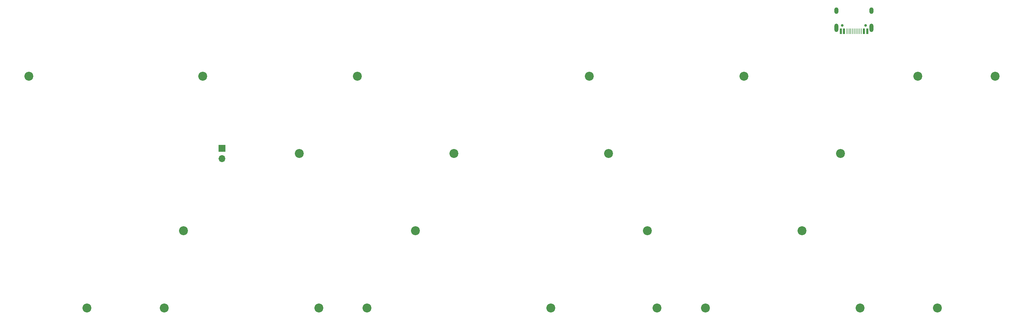
<source format=gbr>
%TF.GenerationSoftware,KiCad,Pcbnew,(7.0.0)*%
%TF.CreationDate,2024-04-06T15:18:24+02:00*%
%TF.ProjectId,forti EC,666f7274-6920-4454-932e-6b696361645f,rev?*%
%TF.SameCoordinates,Original*%
%TF.FileFunction,Soldermask,Top*%
%TF.FilePolarity,Negative*%
%FSLAX46Y46*%
G04 Gerber Fmt 4.6, Leading zero omitted, Abs format (unit mm)*
G04 Created by KiCad (PCBNEW (7.0.0)) date 2024-04-06 15:18:24*
%MOMM*%
%LPD*%
G01*
G04 APERTURE LIST*
%ADD10C,2.200000*%
%ADD11C,0.650000*%
%ADD12R,0.600000X1.450000*%
%ADD13R,0.280000X1.450000*%
%ADD14O,1.000000X2.100000*%
%ADD15O,1.000000X1.600000*%
%ADD16R,1.700000X1.700000*%
%ADD17O,1.700000X1.700000*%
G04 APERTURE END LIST*
D10*
%TO.C,H22*%
X135731250Y-60325000D03*
%TD*%
%TO.C,H3*%
X111918750Y-41275000D03*
%TD*%
D11*
%TO.C,J2*%
X237159115Y-28793750D03*
X231379115Y-28793750D03*
D12*
X237519114Y-30238749D03*
X236719114Y-30238749D03*
D13*
X235519114Y-30238749D03*
X234519114Y-30238749D03*
X234019114Y-30238749D03*
X233019114Y-30238749D03*
D12*
X231819114Y-30238749D03*
X231019114Y-30238749D03*
X231019114Y-30238749D03*
X231819114Y-30238749D03*
D13*
X232519114Y-30238749D03*
X233519114Y-30238749D03*
X235019114Y-30238749D03*
X236019114Y-30238749D03*
D12*
X236719114Y-30238749D03*
X237519114Y-30238749D03*
D14*
X238589114Y-29323749D03*
D15*
X238589114Y-25143749D03*
D14*
X229949114Y-29323749D03*
D15*
X229949114Y-25143749D03*
%TD*%
D10*
%TO.C,H15*%
X207168750Y-41275000D03*
%TD*%
%TO.C,H17*%
X254793750Y-98425000D03*
%TD*%
%TO.C,H4*%
X169068750Y-41275000D03*
%TD*%
%TO.C,H6*%
X97631250Y-60325000D03*
%TD*%
%TO.C,H2*%
X73818750Y-41275000D03*
%TD*%
%TO.C,H9*%
X69056250Y-79375000D03*
%TD*%
%TO.C,H1*%
X30956250Y-41275000D03*
%TD*%
%TO.C,H5*%
X250031250Y-41275000D03*
%TD*%
%TO.C,H13*%
X185737500Y-98425000D03*
%TD*%
%TO.C,H7*%
X173831250Y-60325000D03*
%TD*%
%TO.C,H18*%
X102393750Y-98425000D03*
%TD*%
%TO.C,H11*%
X183356250Y-79375000D03*
%TD*%
%TO.C,H20*%
X64293750Y-98425000D03*
%TD*%
%TO.C,H23*%
X159543750Y-98425000D03*
%TD*%
%TO.C,H19*%
X197643750Y-98425000D03*
%TD*%
%TO.C,H16*%
X45243750Y-98425000D03*
%TD*%
%TO.C,H12*%
X114300000Y-98425000D03*
%TD*%
%TO.C,H24*%
X269081250Y-41275000D03*
%TD*%
%TO.C,H10*%
X126206250Y-79375000D03*
%TD*%
%TO.C,H14*%
X221456250Y-79375000D03*
%TD*%
%TO.C,H21*%
X235743750Y-98425000D03*
%TD*%
%TO.C,H8*%
X230981250Y-60325000D03*
%TD*%
D16*
%TO.C,SW1*%
X78581249Y-59049999D03*
D17*
X78581249Y-61589999D03*
%TD*%
M02*

</source>
